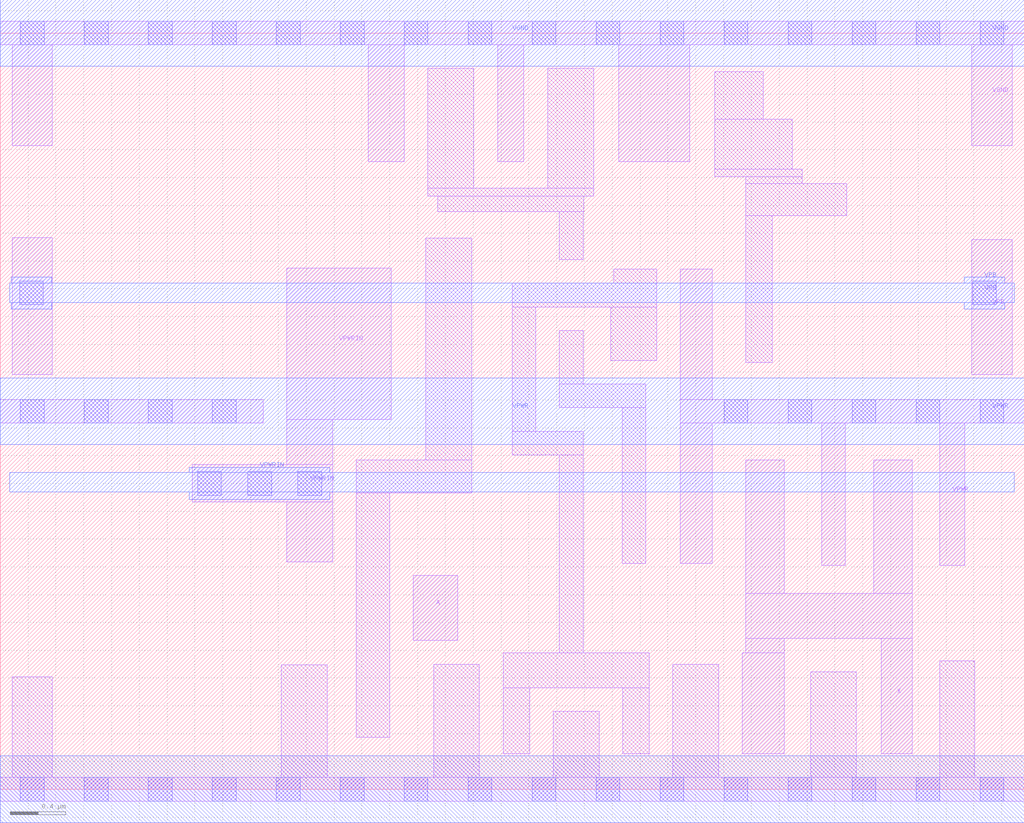
<source format=lef>
# Copyright 2020 The SkyWater PDK Authors
#
# Licensed under the Apache License, Version 2.0 (the "License");
# you may not use this file except in compliance with the License.
# You may obtain a copy of the License at
#
#     https://www.apache.org/licenses/LICENSE-2.0
#
# Unless required by applicable law or agreed to in writing, software
# distributed under the License is distributed on an "AS IS" BASIS,
# WITHOUT WARRANTIES OR CONDITIONS OF ANY KIND, either express or implied.
# See the License for the specific language governing permissions and
# limitations under the License.
#
# SPDX-License-Identifier: Apache-2.0

VERSION 5.7 ;
  NAMESCASESENSITIVE ON ;
  NOWIREEXTENSIONATPIN ON ;
  DIVIDERCHAR "/" ;
  BUSBITCHARS "[]" ;
UNITS
  DATABASE MICRONS 200 ;
END UNITS
MACRO sky130_fd_sc_hd__lpflow_lsbuf_lh_hl_isowell_tap_4
  CLASS CORE ;
  SOURCE USER ;
  FOREIGN sky130_fd_sc_hd__lpflow_lsbuf_lh_hl_isowell_tap_4 ;
  ORIGIN  0.000000  0.000000 ;
  SIZE  7.360000 BY  5.440000 ;
  SYMMETRY X Y R90 ;
  SITE unithd ;
  PIN A
    ANTENNAGATEAREA  0.603000 ;
    DIRECTION INPUT ;
    USE SIGNAL ;
    PORT
      LAYER li1 ;
        RECT 2.970000 1.070000 3.290000 1.540000 ;
    END
  END A
  PIN VPB
    ANTENNADIFFAREA  0.297500 ;
    PORT
      LAYER li1 ;
        RECT 0.085000 2.985000 0.375000 3.970000 ;
        RECT 6.985000 2.985000 7.275000 3.955000 ;
      LAYER mcon ;
        RECT 0.140000 3.485000 0.310000 3.655000 ;
        RECT 6.990000 3.485000 7.160000 3.655000 ;
      LAYER met1 ;
        RECT 0.070000 3.500000 7.290000 3.640000 ;
        RECT 0.080000 3.455000 0.370000 3.500000 ;
        RECT 0.080000 3.640000 0.370000 3.685000 ;
        RECT 6.930000 3.455000 7.220000 3.500000 ;
        RECT 6.930000 3.640000 7.220000 3.685000 ;
    END
  END VPB
  PIN X
    ANTENNADIFFAREA  1.072500 ;
    DIRECTION OUTPUT ;
    USE SIGNAL ;
    PORT
      LAYER li1 ;
        RECT 5.335000 0.255000 5.635000 0.980000 ;
        RECT 5.360000 0.980000 5.635000 1.085000 ;
        RECT 5.360000 1.085000 6.555000 1.410000 ;
        RECT 5.360000 1.410000 5.635000 2.370000 ;
        RECT 6.280000 1.410000 6.555000 2.370000 ;
        RECT 6.335000 0.255000 6.555000 1.085000 ;
    END
  END X
  PIN VGND
    DIRECTION INOUT ;
    SHAPE ABUTMENT ;
    USE GROUND ;
    PORT
      LAYER li1 ;
        RECT 0.000000 5.355000 7.360000 5.525000 ;
        RECT 0.085000 4.630000 0.375000 5.355000 ;
        RECT 2.645000 4.515000 2.905000 5.355000 ;
        RECT 3.575000 4.515000 3.765000 5.355000 ;
        RECT 4.445000 4.515000 4.955000 5.355000 ;
        RECT 6.985000 4.630000 7.275000 5.355000 ;
      LAYER mcon ;
        RECT 0.145000 5.355000 0.315000 5.525000 ;
        RECT 0.605000 5.355000 0.775000 5.525000 ;
        RECT 1.065000 5.355000 1.235000 5.525000 ;
        RECT 1.525000 5.355000 1.695000 5.525000 ;
        RECT 1.985000 5.355000 2.155000 5.525000 ;
        RECT 2.445000 5.355000 2.615000 5.525000 ;
        RECT 2.905000 5.355000 3.075000 5.525000 ;
        RECT 3.365000 5.355000 3.535000 5.525000 ;
        RECT 3.825000 5.355000 3.995000 5.525000 ;
        RECT 4.285000 5.355000 4.455000 5.525000 ;
        RECT 4.745000 5.355000 4.915000 5.525000 ;
        RECT 5.205000 5.355000 5.375000 5.525000 ;
        RECT 5.665000 5.355000 5.835000 5.525000 ;
        RECT 6.125000 5.355000 6.295000 5.525000 ;
        RECT 6.585000 5.355000 6.755000 5.525000 ;
        RECT 7.045000 5.355000 7.215000 5.525000 ;
      LAYER met1 ;
        RECT 0.000000 5.200000 7.360000 5.680000 ;
    END
  END VGND
  PIN VPWR
    DIRECTION INOUT ;
    SHAPE ABUTMENT ;
    USE POWER ;
    PORT
      LAYER li1 ;
        RECT 0.000000 2.635000 1.890000 2.805000 ;
        RECT 4.890000 1.625000 5.120000 2.635000 ;
        RECT 4.890000 2.635000 7.360000 2.805000 ;
        RECT 4.890000 2.805000 5.120000 3.740000 ;
        RECT 5.905000 1.610000 6.075000 2.635000 ;
        RECT 6.755000 1.610000 6.935000 2.635000 ;
      LAYER mcon ;
        RECT 0.145000 2.635000 0.315000 2.805000 ;
        RECT 0.605000 2.635000 0.775000 2.805000 ;
        RECT 1.065000 2.635000 1.235000 2.805000 ;
        RECT 1.525000 2.635000 1.695000 2.805000 ;
        RECT 5.205000 2.635000 5.375000 2.805000 ;
        RECT 5.665000 2.635000 5.835000 2.805000 ;
        RECT 6.125000 2.635000 6.295000 2.805000 ;
        RECT 6.585000 2.635000 6.755000 2.805000 ;
        RECT 7.045000 2.635000 7.215000 2.805000 ;
      LAYER met1 ;
        RECT 0.000000 2.480000 7.360000 2.960000 ;
    END
  END VPWR
  PIN VPWRIN
    DIRECTION INOUT ;
    SHAPE ABUTMENT ;
    USE POWER ;
    PORT
      LAYER li1 ;
        RECT 1.380000 2.065000 2.390000 2.335000 ;
        RECT 2.060000 1.635000 2.390000 2.065000 ;
        RECT 2.060000 2.335000 2.390000 2.660000 ;
        RECT 2.060000 2.660000 2.810000 3.750000 ;
      LAYER mcon ;
        RECT 1.420000 2.115000 1.590000 2.285000 ;
        RECT 1.780000 2.115000 1.950000 2.285000 ;
        RECT 2.140000 2.115000 2.310000 2.285000 ;
      LAYER met1 ;
        RECT 0.070000 2.140000 7.290000 2.280000 ;
        RECT 1.360000 2.085000 2.370000 2.140000 ;
        RECT 1.360000 2.280000 2.370000 2.315000 ;
    END
  END VPWRIN
  OBS
    LAYER li1 ;
      RECT 0.000000 -0.085000 7.360000 0.085000 ;
      RECT 0.085000  0.085000 0.375000 0.810000 ;
      RECT 2.020000  0.085000 2.350000 0.895000 ;
      RECT 2.560000  0.375000 2.800000 2.130000 ;
      RECT 2.560000  2.130000 3.390000 2.370000 ;
      RECT 3.060000  2.370000 3.390000 3.965000 ;
      RECT 3.075000  4.265000 4.265000 4.325000 ;
      RECT 3.075000  4.325000 3.405000 5.185000 ;
      RECT 3.115000  0.085000 3.445000 0.900000 ;
      RECT 3.145000  4.155000 4.195000 4.265000 ;
      RECT 3.615000  0.255000 3.805000 0.730000 ;
      RECT 3.615000  0.730000 4.665000 0.980000 ;
      RECT 3.680000  2.405000 4.190000 2.575000 ;
      RECT 3.680000  2.575000 3.850000 3.470000 ;
      RECT 3.680000  3.470000 4.720000 3.640000 ;
      RECT 3.935000  4.325000 4.265000 5.185000 ;
      RECT 3.975000  0.085000 4.305000 0.560000 ;
      RECT 4.020000  0.980000 4.190000 2.405000 ;
      RECT 4.020000  2.745000 4.640000 2.915000 ;
      RECT 4.020000  2.915000 4.190000 3.300000 ;
      RECT 4.020000  3.810000 4.190000 4.155000 ;
      RECT 4.390000  3.085000 4.720000 3.470000 ;
      RECT 4.410000  3.640000 4.720000 3.740000 ;
      RECT 4.470000  1.625000 4.640000 2.745000 ;
      RECT 4.475000  0.255000 4.665000 0.730000 ;
      RECT 4.835000  0.085000 5.165000 0.900000 ;
      RECT 5.135000  4.405000 5.765000 4.460000 ;
      RECT 5.135000  4.460000 5.695000 4.820000 ;
      RECT 5.135000  4.820000 5.485000 5.160000 ;
      RECT 5.360000  3.070000 5.550000 4.125000 ;
      RECT 5.360000  4.125000 6.085000 4.355000 ;
      RECT 5.360000  4.355000 5.765000 4.405000 ;
      RECT 5.825000  0.085000 6.155000 0.845000 ;
      RECT 6.755000  0.085000 7.005000 0.925000 ;
    LAYER mcon ;
      RECT 0.145000 -0.085000 0.315000 0.085000 ;
      RECT 0.605000 -0.085000 0.775000 0.085000 ;
      RECT 1.065000 -0.085000 1.235000 0.085000 ;
      RECT 1.525000 -0.085000 1.695000 0.085000 ;
      RECT 1.985000 -0.085000 2.155000 0.085000 ;
      RECT 2.445000 -0.085000 2.615000 0.085000 ;
      RECT 2.905000 -0.085000 3.075000 0.085000 ;
      RECT 3.365000 -0.085000 3.535000 0.085000 ;
      RECT 3.825000 -0.085000 3.995000 0.085000 ;
      RECT 4.285000 -0.085000 4.455000 0.085000 ;
      RECT 4.745000 -0.085000 4.915000 0.085000 ;
      RECT 5.205000 -0.085000 5.375000 0.085000 ;
      RECT 5.665000 -0.085000 5.835000 0.085000 ;
      RECT 6.125000 -0.085000 6.295000 0.085000 ;
      RECT 6.585000 -0.085000 6.755000 0.085000 ;
      RECT 7.045000 -0.085000 7.215000 0.085000 ;
    LAYER met1 ;
      RECT 0.000000 -0.240000 7.360000 0.240000 ;
  END
END sky130_fd_sc_hd__lpflow_lsbuf_lh_hl_isowell_tap_4

</source>
